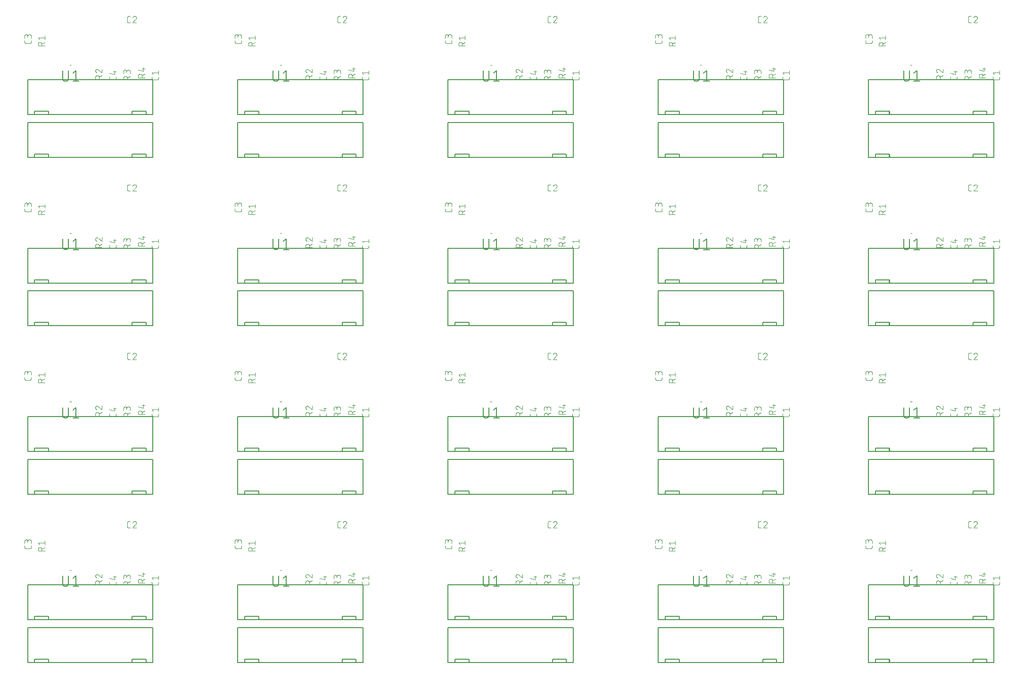
<source format=gbr>
G04 Panel Editor  V12.2 (Build 1133) Date:  Mon Apr 13 15:19:44 2020 *
G04 Database: C:\Users\sergey\Documents\EAGLE\projects\Led_amp\export\CAMOutputs\Panel\Led_amp.cam *
G04 Layer 6: silkscreen_top.gbr *
%FSLAX34Y34*%
%MOMM*%
%SFA1.000B1.000*%

%MIA0B0*%
%IPPOS*%
%ADD20C,0.10160*%
%ADD21C,0.00000*%
%ADD22C,0.20320*%
%ADD23C,0.12700*%
%LNsilkscreen_top.gbr*%
%SRX1Y1I0J0*%
%LPD*%
%SRX5Y4I37.754J30.254*%
G54D20*
X311312Y158301D02*
G01Y155704D01*
X311310Y155605*
X311304Y155505*
X311295Y155406*
X311282Y155308*
X311265Y155210*
X311244Y155112*
X311219Y155016*
X311191Y154921*
X311159Y154827*
X311124Y154734*
X311085Y154642*
X311042Y154552*
X310997Y154464*
X310947Y154377*
X310895Y154293*
X310839Y154210*
X310781Y154130*
X310719Y154052*
X310654Y153977*
X310586Y153904*
X310516Y153834*
X310443Y153766*
X310368Y153701*
X310290Y153639*
X310210Y153581*
X310127Y153525*
X310043Y153473*
X309956Y153423*
X309868Y153378*
X309778Y153335*
X309686Y153296*
X309593Y153261*
X309499Y153229*
X309404Y153201*
X309308Y153176*
X309210Y153155*
X309112Y153138*
X309014Y153125*
X308915Y153116*
X308815Y153110*
X308716Y153108*
X302224*
X302125Y153110*
X302025Y153116*
X301926Y153125*
X301828Y153138*
X301730Y153156*
X301632Y153176*
X301536Y153201*
X301440Y153229*
X301346Y153261*
X301253Y153296*
X301162Y153335*
X301072Y153378*
X300983Y153423*
X300897Y153473*
X300812Y153525*
X300730Y153581*
X300650Y153640*
X300572Y153701*
X300496Y153766*
X300423Y153834*
X300353Y153904*
X300285Y153977*
X300220Y154053*
X300159Y154131*
X300100Y154211*
X300044Y154293*
X299992Y154378*
X299943Y154464*
X299897Y154553*
X299854Y154643*
X299815Y154734*
X299780Y154827*
X299748Y154921*
X299720Y155017*
X299695Y155113*
X299675Y155211*
X299657Y155309*
X299644Y155407*
X299635Y155506*
X299629Y155605*
X299627Y155705*
X299628Y155704D02*
G01Y158301D01*
X302224Y162666D02*
G01X299628Y165912D01*
X311312*
Y169157D02*
G01Y162666D01*
X260571Y255778D02*
G01X257974D01*
X257875Y255780*
X257775Y255786*
X257676Y255795*
X257578Y255808*
X257480Y255825*
X257382Y255846*
X257286Y255871*
X257191Y255899*
X257097Y255931*
X257004Y255966*
X256912Y256005*
X256822Y256048*
X256734Y256093*
X256647Y256143*
X256563Y256195*
X256480Y256251*
X256400Y256309*
X256322Y256371*
X256247Y256436*
X256174Y256504*
X256104Y256574*
X256036Y256647*
X255971Y256722*
X255909Y256800*
X255851Y256880*
X255795Y256963*
X255743Y257047*
X255693Y257134*
X255648Y257222*
X255605Y257312*
X255566Y257404*
X255531Y257497*
X255499Y257591*
X255471Y257686*
X255446Y257782*
X255425Y257880*
X255408Y257978*
X255395Y258076*
X255386Y258175*
X255380Y258275*
X255378Y258374*
Y264866*
X255380Y264965*
X255386Y265065*
X255395Y265164*
X255408Y265262*
X255425Y265360*
X255446Y265458*
X255471Y265554*
X255499Y265649*
X255531Y265743*
X255566Y265836*
X255605Y265928*
X255648Y266018*
X255693Y266106*
X255743Y266193*
X255795Y266277*
X255851Y266360*
X255909Y266440*
X255971Y266518*
X256036Y266593*
X256104Y266666*
X256174Y266736*
X256247Y266804*
X256322Y266869*
X256400Y266931*
X256480Y266989*
X256563Y267045*
X256647Y267097*
X256734Y267147*
X256822Y267192*
X256912Y267235*
X257004Y267274*
X257096Y267309*
X257191Y267341*
X257286Y267369*
X257382Y267394*
X257480Y267415*
X257578Y267432*
X257676Y267445*
X257775Y267454*
X257875Y267460*
X257974Y267462*
X260571*
X268506D02*
G01X268613Y267460D01*
X268719Y267454*
X268825Y267444*
X268931Y267431*
X269037Y267413*
X269141Y267392*
X269245Y267367*
X269348Y267338*
X269449Y267306*
X269549Y267269*
X269648Y267229*
X269746Y267186*
X269842Y267139*
X269936Y267088*
X270028Y267034*
X270118Y266977*
X270206Y266917*
X270291Y266853*
X270374Y266786*
X270455Y266716*
X270533Y266644*
X270609Y266568*
X270681Y266490*
X270751Y266409*
X270818Y266326*
X270882Y266241*
X270942Y266153*
X270999Y266063*
X271053Y265971*
X271104Y265877*
X271151Y265781*
X271194Y265683*
X271234Y265584*
X271271Y265484*
X271303Y265383*
X271332Y265280*
X271357Y265176*
X271378Y265072*
X271396Y264966*
X271409Y264860*
X271419Y264754*
X271425Y264648*
X271427Y264541*
X268506Y267462D02*
G01X268385Y267460D01*
X268264Y267454*
X268144Y267444*
X268023Y267431*
X267904Y267413*
X267784Y267392*
X267666Y267367*
X267549Y267338*
X267432Y267305*
X267317Y267269*
X267203Y267228*
X267090Y267185*
X266978Y267137*
X266869Y267086*
X266761Y267031*
X266654Y266973*
X266550Y266912*
X266448Y266847*
X266348Y266779*
X266250Y266708*
X266154Y266634*
X266061Y266557*
X265971Y266476*
X265883Y266393*
X265798Y266307*
X265715Y266218*
X265636Y266127*
X265559Y266033*
X265486Y265937*
X265416Y265839*
X265349Y265738*
X265285Y265635*
X265225Y265530*
X265168Y265423*
X265114Y265315*
X265064Y265205*
X265018Y265093*
X264975Y264980*
X264936Y264865*
X270454Y262269D02*
G01X270533Y262346D01*
X270609Y262427*
X270682Y262510*
X270752Y262595*
X270819Y262683*
X270883Y262773*
X270943Y262865*
X271000Y262960*
X271054Y263056*
X271105Y263154*
X271152Y263254*
X271196Y263356*
X271236Y263459*
X271272Y263563*
X271304Y263669*
X271333Y263775*
X271358Y263883*
X271380Y263991*
X271397Y264101*
X271411Y264210*
X271420Y264320*
X271426Y264431*
X271428Y264541*
X270454Y262269D02*
G01X264936Y255778D01*
X271427*
X106842Y214068D02*
G01X95158D01*
Y217314*
X95160Y217427*
X95166Y217540*
X95176Y217653*
X95190Y217766*
X95207Y217878*
X95229Y217989*
X95254Y218099*
X95284Y218209*
X95317Y218317*
X95354Y218424*
X95394Y218530*
X95439Y218634*
X95487Y218737*
X95538Y218838*
X95593Y218937*
X95651Y219034*
X95713Y219129*
X95778Y219222*
X95846Y219312*
X95917Y219400*
X95992Y219486*
X96069Y219569*
X96149Y219649*
X96232Y219726*
X96318Y219801*
X96406Y219872*
X96496Y219940*
X96589Y220005*
X96684Y220067*
X96781Y220125*
X96880Y220180*
X96981Y220231*
X97084Y220279*
X97188Y220324*
X97294Y220364*
X97401Y220401*
X97509Y220434*
X97619Y220464*
X97729Y220489*
X97840Y220511*
X97952Y220528*
X98065Y220542*
X98178Y220552*
X98291Y220558*
X98404Y220560*
X98517Y220558*
X98630Y220552*
X98743Y220542*
X98856Y220528*
X98968Y220511*
X99079Y220489*
X99189Y220464*
X99299Y220434*
X99407Y220401*
X99514Y220364*
X99620Y220324*
X99724Y220279*
X99827Y220231*
X99928Y220180*
X100027Y220125*
X100124Y220067*
X100219Y220005*
X100312Y219940*
X100402Y219872*
X100490Y219801*
X100576Y219726*
X100659Y219649*
X100739Y219569*
X100816Y219486*
X100891Y219400*
X100962Y219312*
X101030Y219222*
X101095Y219129*
X101157Y219034*
X101215Y218937*
X101270Y218838*
X101321Y218737*
X101369Y218634*
X101414Y218530*
X101454Y218424*
X101491Y218317*
X101524Y218209*
X101554Y218099*
X101579Y217989*
X101601Y217878*
X101618Y217766*
X101632Y217653*
X101642Y217540*
X101648Y217427*
X101650Y217314*
X101649D02*
G01Y214068D01*
Y217963D02*
G01X106842Y220559D01*
X97754Y225424D02*
G01X95158Y228670D01*
X106842*
Y231915D02*
G01Y225424D01*
X198028Y154378D02*
G01X209712D01*
X198028D02*
G01Y157624D01*
X198030Y157737*
X198036Y157850*
X198046Y157963*
X198060Y158076*
X198077Y158188*
X198099Y158299*
X198124Y158409*
X198154Y158519*
X198187Y158627*
X198224Y158734*
X198264Y158840*
X198309Y158944*
X198357Y159047*
X198408Y159148*
X198463Y159247*
X198521Y159344*
X198583Y159439*
X198648Y159532*
X198716Y159622*
X198787Y159710*
X198862Y159796*
X198939Y159879*
X199019Y159959*
X199102Y160036*
X199188Y160111*
X199276Y160182*
X199366Y160250*
X199459Y160315*
X199554Y160377*
X199651Y160435*
X199750Y160490*
X199851Y160541*
X199954Y160589*
X200058Y160634*
X200164Y160674*
X200271Y160711*
X200379Y160744*
X200489Y160774*
X200599Y160799*
X200710Y160821*
X200822Y160838*
X200935Y160852*
X201048Y160862*
X201161Y160868*
X201274Y160870*
X201387Y160868*
X201500Y160862*
X201613Y160852*
X201726Y160838*
X201838Y160821*
X201949Y160799*
X202059Y160774*
X202169Y160744*
X202277Y160711*
X202384Y160674*
X202490Y160634*
X202594Y160589*
X202697Y160541*
X202798Y160490*
X202897Y160435*
X202994Y160377*
X203089Y160315*
X203182Y160250*
X203272Y160182*
X203360Y160111*
X203446Y160036*
X203529Y159959*
X203609Y159879*
X203686Y159796*
X203761Y159710*
X203832Y159622*
X203900Y159532*
X203965Y159439*
X204027Y159344*
X204085Y159247*
X204140Y159148*
X204191Y159047*
X204239Y158944*
X204284Y158840*
X204324Y158734*
X204361Y158627*
X204394Y158519*
X204424Y158409*
X204449Y158299*
X204471Y158188*
X204488Y158076*
X204502Y157963*
X204512Y157850*
X204518Y157737*
X204520Y157624*
X204519D02*
G01Y154378D01*
Y158273D02*
G01X209712Y160869D01*
X200949Y172225D02*
G01X200842Y172223D01*
X200736Y172217*
X200630Y172207*
X200524Y172194*
X200418Y172176*
X200314Y172155*
X200210Y172130*
X200107Y172101*
X200006Y172069*
X199906Y172032*
X199807Y171992*
X199709Y171949*
X199613Y171902*
X199519Y171851*
X199427Y171797*
X199337Y171740*
X199249Y171680*
X199164Y171616*
X199081Y171549*
X199000Y171479*
X198922Y171407*
X198846Y171331*
X198774Y171253*
X198704Y171172*
X198637Y171089*
X198573Y171004*
X198513Y170916*
X198456Y170826*
X198402Y170734*
X198351Y170640*
X198304Y170544*
X198261Y170446*
X198221Y170347*
X198184Y170247*
X198152Y170146*
X198123Y170043*
X198098Y169939*
X198077Y169835*
X198059Y169729*
X198046Y169623*
X198036Y169517*
X198030Y169411*
X198028Y169304*
X198030Y169183*
X198036Y169062*
X198046Y168942*
X198059Y168821*
X198077Y168702*
X198098Y168582*
X198123Y168464*
X198152Y168347*
X198185Y168230*
X198221Y168115*
X198262Y168001*
X198305Y167888*
X198353Y167776*
X198404Y167667*
X198459Y167559*
X198517Y167452*
X198578Y167348*
X198643Y167246*
X198711Y167146*
X198782Y167048*
X198856Y166952*
X198933Y166859*
X199014Y166769*
X199097Y166681*
X199183Y166596*
X199272Y166513*
X199363Y166434*
X199457Y166357*
X199553Y166284*
X199651Y166214*
X199752Y166147*
X199855Y166083*
X199960Y166023*
X200067Y165965*
X200175Y165912*
X200285Y165862*
X200397Y165816*
X200510Y165773*
X200625Y165734*
X203221Y171251D02*
G01X203143Y171330D01*
X203063Y171406*
X202980Y171479*
X202894Y171549*
X202807Y171616*
X202716Y171680*
X202624Y171740*
X202530Y171798*
X202433Y171852*
X202335Y171902*
X202235Y171949*
X202134Y171993*
X202031Y172033*
X201926Y172069*
X201821Y172101*
X201714Y172130*
X201607Y172155*
X201498Y172177*
X201389Y172194*
X201280Y172208*
X201170Y172217*
X201059Y172223*
X200949Y172225*
X203221Y171252D02*
G01X209712Y165734D01*
Y172225*
X248828Y153108D02*
G01X260512D01*
X248828D02*
G01Y156354D01*
X248830Y156467*
X248836Y156580*
X248846Y156693*
X248860Y156806*
X248877Y156918*
X248899Y157029*
X248924Y157139*
X248954Y157249*
X248987Y157357*
X249024Y157464*
X249064Y157570*
X249109Y157674*
X249157Y157777*
X249208Y157878*
X249263Y157977*
X249321Y158074*
X249383Y158169*
X249448Y158262*
X249516Y158352*
X249587Y158440*
X249662Y158526*
X249739Y158609*
X249819Y158689*
X249902Y158766*
X249988Y158841*
X250076Y158912*
X250166Y158980*
X250259Y159045*
X250354Y159107*
X250451Y159165*
X250550Y159220*
X250651Y159271*
X250754Y159319*
X250858Y159364*
X250964Y159404*
X251071Y159441*
X251179Y159474*
X251289Y159504*
X251399Y159529*
X251510Y159551*
X251622Y159568*
X251735Y159582*
X251848Y159592*
X251961Y159598*
X252074Y159600*
X252187Y159598*
X252300Y159592*
X252413Y159582*
X252526Y159568*
X252638Y159551*
X252749Y159529*
X252859Y159504*
X252969Y159474*
X253077Y159441*
X253184Y159404*
X253290Y159364*
X253394Y159319*
X253497Y159271*
X253598Y159220*
X253697Y159165*
X253794Y159107*
X253889Y159045*
X253982Y158980*
X254072Y158912*
X254160Y158841*
X254246Y158766*
X254329Y158689*
X254409Y158609*
X254486Y158526*
X254561Y158440*
X254632Y158352*
X254700Y158262*
X254765Y158169*
X254827Y158074*
X254885Y157977*
X254940Y157878*
X254991Y157777*
X255039Y157674*
X255084Y157570*
X255124Y157464*
X255161Y157357*
X255194Y157249*
X255224Y157139*
X255249Y157029*
X255271Y156918*
X255288Y156806*
X255302Y156693*
X255312Y156580*
X255318Y156467*
X255320Y156354*
X255319D02*
G01Y153108D01*
Y157003D02*
G01X260512Y159599D01*
Y164464D02*
G01Y167710D01*
X260510Y167823*
X260504Y167936*
X260494Y168049*
X260480Y168162*
X260463Y168274*
X260441Y168385*
X260416Y168495*
X260386Y168605*
X260353Y168713*
X260316Y168820*
X260276Y168926*
X260231Y169030*
X260183Y169133*
X260132Y169234*
X260077Y169333*
X260019Y169430*
X259957Y169525*
X259892Y169618*
X259824Y169708*
X259753Y169796*
X259678Y169882*
X259601Y169965*
X259521Y170045*
X259438Y170122*
X259352Y170197*
X259264Y170268*
X259174Y170336*
X259081Y170401*
X258986Y170463*
X258889Y170521*
X258790Y170576*
X258689Y170627*
X258586Y170675*
X258482Y170720*
X258376Y170760*
X258269Y170797*
X258161Y170830*
X258051Y170860*
X257941Y170885*
X257830Y170907*
X257718Y170924*
X257605Y170938*
X257492Y170948*
X257379Y170954*
X257266Y170956*
X257153Y170954*
X257040Y170948*
X256927Y170938*
X256814Y170924*
X256702Y170907*
X256591Y170885*
X256481Y170860*
X256371Y170830*
X256263Y170797*
X256156Y170760*
X256050Y170720*
X255946Y170675*
X255843Y170627*
X255742Y170576*
X255643Y170521*
X255546Y170463*
X255451Y170401*
X255358Y170336*
X255268Y170268*
X255180Y170197*
X255094Y170122*
X255011Y170045*
X254931Y169965*
X254854Y169882*
X254779Y169796*
X254708Y169708*
X254640Y169618*
X254575Y169525*
X254513Y169430*
X254455Y169333*
X254400Y169234*
X254349Y169133*
X254301Y169030*
X254256Y168926*
X254216Y168820*
X254179Y168713*
X254146Y168605*
X254116Y168495*
X254091Y168385*
X254069Y168274*
X254052Y168162*
X254038Y168049*
X254028Y167936*
X254022Y167823*
X254020Y167710*
X248828Y168359D02*
G01Y164464D01*
Y168359D02*
G01X248830Y168460D01*
X248836Y168560*
X248846Y168660*
X248859Y168760*
X248877Y168859*
X248898Y168958*
X248923Y169055*
X248952Y169152*
X248985Y169247*
X249021Y169341*
X249061Y169433*
X249104Y169524*
X249151Y169613*
X249201Y169700*
X249255Y169786*
X249312Y169869*
X249372Y169949*
X249435Y170028*
X249502Y170104*
X249571Y170177*
X249643Y170247*
X249717Y170315*
X249794Y170380*
X249874Y170441*
X249956Y170500*
X250040Y170555*
X250126Y170607*
X250214Y170656*
X250304Y170701*
X250396Y170743*
X250489Y170781*
X250584Y170815*
X250679Y170846*
X250776Y170873*
X250874Y170896*
X250973Y170916*
X251073Y170931*
X251173Y170943*
X251273Y170951*
X251374Y170955*
X251474*
X251575Y170951*
X251675Y170943*
X251775Y170931*
X251875Y170916*
X251974Y170896*
X252072Y170873*
X252169Y170846*
X252264Y170815*
X252359Y170781*
X252452Y170743*
X252544Y170701*
X252634Y170656*
X252722Y170607*
X252808Y170555*
X252892Y170500*
X252974Y170441*
X253054Y170380*
X253131Y170315*
X253205Y170247*
X253277Y170177*
X253346Y170104*
X253413Y170028*
X253476Y169949*
X253536Y169869*
X253593Y169786*
X253647Y169700*
X253697Y169613*
X253744Y169524*
X253787Y169433*
X253827Y169341*
X253863Y169247*
X253896Y169152*
X253925Y169055*
X253950Y168958*
X253971Y168859*
X253989Y168760*
X254002Y168660*
X254012Y168560*
X254018Y168460*
X254020Y168359*
X254021D02*
G01Y165763D01*
X274818Y157165D02*
G01X286502D01*
X274818D02*
G01Y160410D01*
X274820Y160523*
X274826Y160636*
X274836Y160749*
X274850Y160862*
X274867Y160974*
X274889Y161085*
X274914Y161195*
X274944Y161305*
X274977Y161413*
X275014Y161520*
X275054Y161626*
X275099Y161730*
X275147Y161833*
X275198Y161934*
X275253Y162033*
X275311Y162130*
X275373Y162225*
X275438Y162318*
X275506Y162408*
X275577Y162496*
X275652Y162582*
X275729Y162665*
X275809Y162745*
X275892Y162822*
X275978Y162897*
X276066Y162968*
X276156Y163036*
X276249Y163101*
X276344Y163163*
X276441Y163221*
X276540Y163276*
X276641Y163327*
X276744Y163375*
X276848Y163420*
X276954Y163460*
X277061Y163497*
X277169Y163530*
X277279Y163560*
X277389Y163585*
X277500Y163607*
X277612Y163624*
X277725Y163638*
X277838Y163648*
X277951Y163654*
X278064Y163656*
X278177Y163654*
X278290Y163648*
X278403Y163638*
X278516Y163624*
X278628Y163607*
X278739Y163585*
X278849Y163560*
X278959Y163530*
X279067Y163497*
X279174Y163460*
X279280Y163420*
X279384Y163375*
X279487Y163327*
X279588Y163276*
X279687Y163221*
X279784Y163163*
X279879Y163101*
X279972Y163036*
X280062Y162968*
X280150Y162897*
X280236Y162822*
X280319Y162745*
X280399Y162665*
X280476Y162582*
X280551Y162496*
X280622Y162408*
X280690Y162318*
X280755Y162225*
X280817Y162130*
X280875Y162033*
X280930Y161934*
X280981Y161833*
X281029Y161730*
X281074Y161626*
X281114Y161520*
X281151Y161413*
X281184Y161305*
X281214Y161195*
X281239Y161085*
X281261Y160974*
X281278Y160862*
X281292Y160749*
X281302Y160636*
X281308Y160523*
X281310Y160410*
X281309D02*
G01Y157165D01*
Y161059D02*
G01X286502Y163656D01*
X283906Y168521D02*
G01X274818Y171117D01*
X283906Y168521D02*
G01Y175012D01*
X281309Y173065D02*
G01X286502D01*
G54D21*
X154340Y179778D02*
G01X154240Y179821D01*
X154138Y179860*
X154035Y179895*
X153931Y179927*
X153825Y179955*
X153719Y179980*
X153612Y180001*
X153504Y180018*
X153396Y180031*
X153288Y180040*
X153179Y180046*
X153070Y180048*
X152961Y180046*
X152852Y180040*
X152744Y180031*
X152636Y180018*
X152528Y180001*
X152421Y179980*
X152315Y179955*
X152209Y179927*
X152105Y179895*
X152002Y179860*
X151900Y179821*
X151800Y179778*
G54D22*
X139244Y169537D02*
G01Y155941D01*
X139246Y155798*
X139252Y155655*
X139262Y155513*
X139275Y155371*
X139293Y155229*
X139314Y155088*
X139339Y154947*
X139368Y154807*
X139401Y154668*
X139438Y154530*
X139478Y154393*
X139522Y154257*
X139570Y154123*
X139622Y153990*
X139677Y153858*
X139736Y153728*
X139798Y153599*
X139864Y153472*
X139933Y153347*
X140005Y153224*
X140081Y153103*
X140160Y152984*
X140243Y152867*
X140328Y152753*
X140417Y152641*
X140508Y152531*
X140603Y152424*
X140701Y152320*
X140801Y152218*
X140904Y152119*
X141010Y152023*
X141118Y151930*
X141229Y151840*
X141342Y151753*
X141458Y151669*
X141575Y151588*
X141695Y151511*
X141817Y151437*
X141941Y151366*
X142067Y151298*
X142195Y151234*
X142324Y151174*
X142455Y151117*
X142588Y151064*
X142722Y151014*
X142857Y150968*
X142994Y150926*
X143131Y150887*
X143270Y150852*
X143409Y150821*
X143549Y150794*
X143690Y150771*
X143832Y150751*
X143974Y150736*
X144116Y150724*
X144259Y150716*
X144402Y150712*
X144544*
X144687Y150716*
X144830Y150724*
X144972Y150736*
X145114Y150751*
X145256Y150771*
X145397Y150794*
X145537Y150821*
X145676Y150852*
X145815Y150887*
X145952Y150926*
X146089Y150968*
X146224Y151014*
X146358Y151064*
X146491Y151117*
X146622Y151174*
X146751Y151234*
X146879Y151298*
X147005Y151366*
X147129Y151437*
X147251Y151511*
X147371Y151588*
X147488Y151669*
X147604Y151753*
X147717Y151840*
X147828Y151930*
X147936Y152023*
X148042Y152119*
X148145Y152218*
X148245Y152320*
X148343Y152424*
X148438Y152531*
X148529Y152641*
X148618Y152753*
X148703Y152867*
X148786Y152984*
X148865Y153103*
X148941Y153224*
X149013Y153347*
X149082Y153472*
X149148Y153599*
X149210Y153728*
X149269Y153858*
X149324Y153990*
X149376Y154123*
X149424Y154257*
X149468Y154393*
X149508Y154530*
X149545Y154668*
X149578Y154807*
X149607Y154947*
X149632Y155088*
X149653Y155229*
X149671Y155371*
X149684Y155513*
X149694Y155655*
X149700Y155798*
X149702Y155941*
Y169537*
X157694Y165354D02*
G01X162923Y169537D01*
Y150712*
X157694D02*
G01X168153D01*
G54D20*
X82712Y221189D02*
G01Y223786D01*
Y221189D02*
G01X82710Y221090D01*
X82704Y220990*
X82695Y220891*
X82682Y220793*
X82665Y220695*
X82644Y220597*
X82619Y220501*
X82591Y220406*
X82559Y220312*
X82524Y220219*
X82485Y220127*
X82442Y220037*
X82397Y219949*
X82347Y219862*
X82295Y219778*
X82239Y219695*
X82181Y219615*
X82119Y219537*
X82054Y219462*
X81986Y219389*
X81916Y219319*
X81843Y219251*
X81768Y219186*
X81690Y219124*
X81610Y219066*
X81527Y219010*
X81443Y218958*
X81356Y218908*
X81268Y218863*
X81178Y218820*
X81086Y218781*
X80993Y218746*
X80899Y218714*
X80804Y218686*
X80708Y218661*
X80610Y218640*
X80512Y218623*
X80414Y218610*
X80315Y218601*
X80215Y218595*
X80116Y218593*
X73624*
Y218592D02*
G01X73525Y218594D01*
X73425Y218600*
X73326Y218609*
X73228Y218622*
X73130Y218640*
X73032Y218660*
X72936Y218685*
X72840Y218713*
X72746Y218745*
X72653Y218780*
X72562Y218819*
X72472Y218862*
X72383Y218907*
X72297Y218957*
X72212Y219009*
X72130Y219065*
X72050Y219124*
X71972Y219185*
X71896Y219250*
X71823Y219318*
X71753Y219388*
X71685Y219461*
X71620Y219537*
X71559Y219615*
X71500Y219695*
X71444Y219777*
X71392Y219862*
X71343Y219948*
X71297Y220037*
X71254Y220127*
X71215Y220218*
X71180Y220311*
X71148Y220405*
X71120Y220501*
X71095Y220597*
X71075Y220695*
X71057Y220793*
X71044Y220891*
X71035Y220990*
X71029Y221089*
X71027Y221189*
X71028D02*
G01Y223786D01*
X82712Y228151D02*
G01Y231396D01*
X82710Y231509*
X82704Y231622*
X82694Y231735*
X82680Y231848*
X82663Y231960*
X82641Y232071*
X82616Y232181*
X82586Y232291*
X82553Y232399*
X82516Y232506*
X82476Y232612*
X82431Y232716*
X82383Y232819*
X82332Y232920*
X82277Y233019*
X82219Y233116*
X82157Y233211*
X82092Y233304*
X82024Y233394*
X81953Y233482*
X81878Y233568*
X81801Y233651*
X81721Y233731*
X81638Y233808*
X81552Y233883*
X81464Y233954*
X81374Y234022*
X81281Y234087*
X81186Y234149*
X81089Y234207*
X80990Y234262*
X80889Y234313*
X80786Y234361*
X80682Y234406*
X80576Y234446*
X80469Y234483*
X80361Y234516*
X80251Y234546*
X80141Y234571*
X80030Y234593*
X79918Y234610*
X79805Y234624*
X79692Y234634*
X79579Y234640*
X79466Y234642*
X79353Y234640*
X79240Y234634*
X79127Y234624*
X79014Y234610*
X78902Y234593*
X78791Y234571*
X78681Y234546*
X78571Y234516*
X78463Y234483*
X78356Y234446*
X78250Y234406*
X78146Y234361*
X78043Y234313*
X77942Y234262*
X77843Y234207*
X77746Y234149*
X77651Y234087*
X77558Y234022*
X77468Y233954*
X77380Y233883*
X77294Y233808*
X77211Y233731*
X77131Y233651*
X77054Y233568*
X76979Y233482*
X76908Y233394*
X76840Y233304*
X76775Y233211*
X76713Y233116*
X76655Y233019*
X76600Y232920*
X76549Y232819*
X76501Y232716*
X76456Y232612*
X76416Y232506*
X76379Y232399*
X76346Y232291*
X76316Y232181*
X76291Y232071*
X76269Y231960*
X76252Y231848*
X76238Y231735*
X76228Y231622*
X76222Y231509*
X76220Y231396*
X71028Y232046D02*
G01Y228151D01*
Y232046D02*
G01X71030Y232147D01*
X71036Y232247*
X71046Y232347*
X71059Y232447*
X71077Y232546*
X71098Y232645*
X71123Y232742*
X71152Y232839*
X71185Y232934*
X71221Y233028*
X71261Y233120*
X71304Y233211*
X71351Y233300*
X71401Y233387*
X71455Y233473*
X71512Y233556*
X71572Y233636*
X71635Y233715*
X71702Y233791*
X71771Y233864*
X71843Y233934*
X71917Y234002*
X71994Y234067*
X72074Y234128*
X72156Y234187*
X72240Y234242*
X72326Y234294*
X72414Y234343*
X72504Y234388*
X72596Y234430*
X72689Y234468*
X72784Y234502*
X72879Y234533*
X72976Y234560*
X73074Y234583*
X73173Y234603*
X73273Y234618*
X73373Y234630*
X73473Y234638*
X73574Y234642*
X73674*
X73775Y234638*
X73875Y234630*
X73975Y234618*
X74075Y234603*
X74174Y234583*
X74272Y234560*
X74369Y234533*
X74464Y234502*
X74559Y234468*
X74652Y234430*
X74744Y234388*
X74834Y234343*
X74922Y234294*
X75008Y234242*
X75092Y234187*
X75174Y234128*
X75254Y234067*
X75331Y234002*
X75405Y233934*
X75477Y233864*
X75546Y233791*
X75613Y233715*
X75676Y233636*
X75736Y233556*
X75793Y233473*
X75847Y233387*
X75897Y233300*
X75944Y233211*
X75987Y233120*
X76027Y233028*
X76063Y232934*
X76096Y232839*
X76125Y232742*
X76150Y232645*
X76171Y232546*
X76189Y232447*
X76202Y232347*
X76212Y232247*
X76218Y232147*
X76220Y232046*
X76221D02*
G01Y229449D01*
X234902Y158561D02*
G01Y155964D01*
X234900Y155865*
X234894Y155765*
X234885Y155666*
X234872Y155568*
X234855Y155470*
X234834Y155372*
X234809Y155276*
X234781Y155181*
X234749Y155087*
X234714Y154994*
X234675Y154902*
X234632Y154812*
X234587Y154724*
X234537Y154637*
X234485Y154553*
X234429Y154470*
X234371Y154390*
X234309Y154312*
X234244Y154237*
X234176Y154164*
X234106Y154094*
X234033Y154026*
X233958Y153961*
X233880Y153899*
X233800Y153841*
X233717Y153785*
X233633Y153733*
X233546Y153683*
X233458Y153638*
X233368Y153595*
X233276Y153556*
X233183Y153521*
X233089Y153489*
X232994Y153461*
X232898Y153436*
X232800Y153415*
X232702Y153398*
X232604Y153385*
X232505Y153376*
X232405Y153370*
X232306Y153368*
X225814*
X225715Y153370*
X225615Y153376*
X225516Y153385*
X225418Y153398*
X225320Y153416*
X225222Y153436*
X225126Y153461*
X225030Y153489*
X224936Y153521*
X224843Y153556*
X224752Y153595*
X224662Y153638*
X224573Y153683*
X224487Y153733*
X224402Y153785*
X224320Y153841*
X224240Y153900*
X224162Y153961*
X224086Y154026*
X224013Y154094*
X223943Y154164*
X223875Y154237*
X223810Y154313*
X223749Y154391*
X223690Y154471*
X223634Y154553*
X223582Y154638*
X223533Y154724*
X223487Y154813*
X223444Y154903*
X223405Y154994*
X223370Y155087*
X223338Y155181*
X223310Y155277*
X223285Y155373*
X223265Y155471*
X223247Y155569*
X223234Y155667*
X223225Y155766*
X223219Y155865*
X223217Y155965*
X223218Y155964D02*
G01Y158561D01*
Y165523D02*
G01X232306Y162926D01*
Y169417*
X229709Y167470D02*
G01X234902D01*
G54D23*
X301270Y153070D02*
G01Y90570D01*
Y153070D02*
G01X76270D01*
Y90570*
X88770*
X113770*
X113840D02*
G01X263770D01*
X288770*
X301270*
X88770D02*
G01Y96520D01*
X113770*
X263770D02*
G01X288770D01*
Y90570*
X263770D02*
G01Y96520D01*
X113840Y90570D02*
G01X113770D01*
X113840D02*
G01Y96520D01*
X113770*
Y90570*
X301270Y76270D02*
G01Y13770D01*
Y76270D02*
G01X76270D01*
Y13770*
X88770*
X113770*
X113840D02*
G01X263770D01*
X288770*
X301270*
X88770D02*
G01Y19720D01*
X113770*
X263770D02*
G01X288770D01*
Y13770*
X263770D02*
G01Y19720D01*
X113840Y13770D02*
G01X113770D01*
X113840D02*
G01Y19720D01*
X113770*
Y13770*
M02*

</source>
